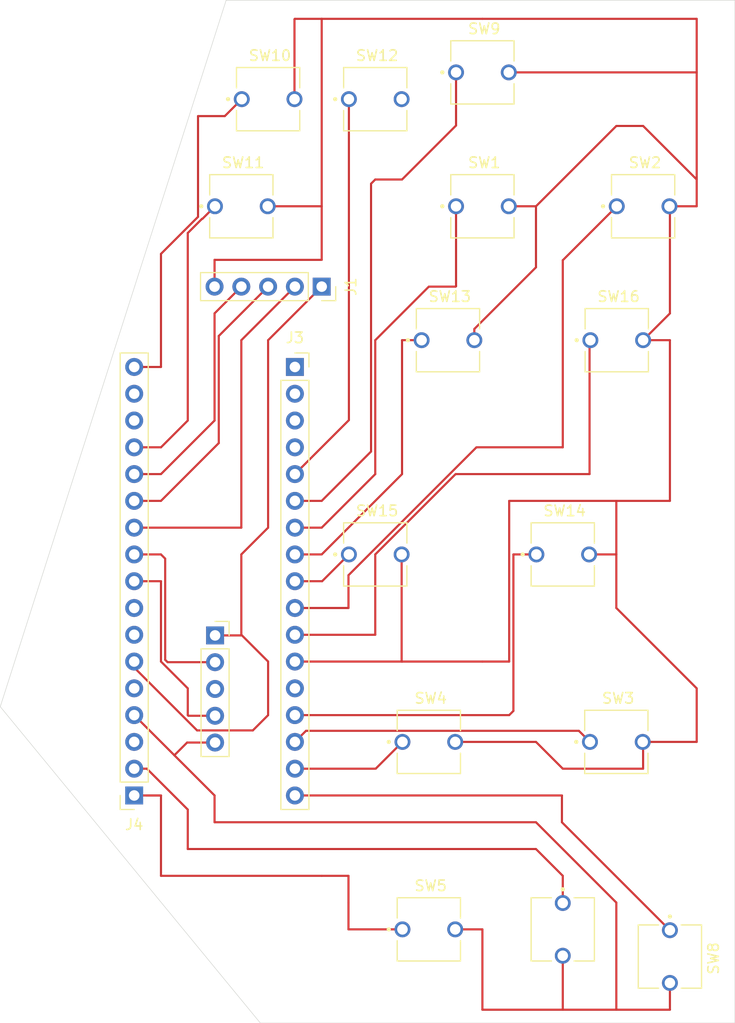
<source format=kicad_pcb>
(kicad_pcb (version 20240108) (generator "pcbnew") (generator_version "8.0")
  (layers (0 "F.Cu" signal) (31 "B.Cu" signal) (34 "B.Paste" user) (35 "F.Paste" user) (36 "B.SilkS" user "B.Silkscreen") (37 "F.SilkS" user "F.Silkscreen") (38 "B.Mask" user) (39 "F.Mask" user) (44 "Edge.Cuts" user))
  (net 0 "")
  (net 1 "/D8")
  (net 2 "/VCC")
  (net 3 "/A0")
  (net 4 "/GND")
  (net 5 "/A1")
  (net 6 "/D16")
  (net 7 "/D6")
  (net 8 "/D7")
  (net 9 "/D17")
  (net 10 "/D11")
  (net 11 "/D10")
  (net 12 "/D15")
  (net 13 "/RST")
  (net 14 "/D14")
  (net 15 "/D5")
  (net 16 "/D2")
  (net 17 "/D3")
  (net 18 "/D12")
  (net 19 "/D9")
  (net 20 "/D4")
  (net 21 "/3V")
  (net 22 "/A2")
  (net 23 "/NC")
  (net 24 "/D13")
  (net 25 "/VIN")
  (net 26 "/A3")
  (net 27 "/A5")
  (net 28 "/A4")
  (net 29 "/REF")
  (net 30 "/D0")
  (net 31 "/D1")
  (footprint "Downloads:SW_BUTT-2" (layer "F.Cu") (at 139.7 66.04)
    (property "Reference" "SW11" (at 0.175 -4.135 0) (layer "F.SilkS"))
    (property "Value" "D_Pad_LEFT")
    (fp_line (start -3 -3) (end 3 -3) (stroke (width 0.127)) (layer "F.SilkS"))
    (fp_line (start -3 -1.075) (end -3 -3) (stroke (width 0.127)) (layer "F.SilkS"))
    (fp_line (start -3 3) (end -3 1.075) (stroke (width 0.127)) (layer "F.SilkS"))
    (fp_line (start 3 -3) (end 3 -1.075) (stroke (width 0.127)) (layer "F.SilkS"))
    (fp_line (start 3 1.075) (end 3 3) (stroke (width 0.127)) (layer "F.SilkS"))
    (fp_line (start 3 3) (end -3 3) (stroke (width 0.127)) (layer "F.SilkS"))
    (fp_circle (center -3.8 0) (end -3.7 0) (stroke (width 0.2)) (fill none) (layer "F.SilkS"))
    (pad "1" thru_hole circle (at -2.5 0) (size 1.508 1.508) (drill 1) (layers "*.Cu" "*.Mask") (net 3 "/A0"))
    (pad "2" thru_hole circle (at 2.5 0) (size 1.508 1.508) (drill 1) (layers "*.Cu" "*.Mask") (net 4 "/GND"))
  )
  (footprint "Downloads:SW_BUTT-2" (layer "F.Cu") (at 152.4 99.06)
    (property "Reference" "SW15" (at 0.175 -4.135 0) (layer "F.SilkS"))
    (property "Value" "Y_Button")
    (fp_line (start -3 -3) (end 3 -3) (stroke (width 0.127)) (layer "F.SilkS"))
    (fp_line (start -3 -1.075) (end -3 -3) (stroke (width 0.127)) (layer "F.SilkS"))
    (fp_line (start -3 3) (end -3 1.075) (stroke (width 0.127)) (layer "F.SilkS"))
    (fp_line (start 3 -3) (end 3 -1.075) (stroke (width 0.127)) (layer "F.SilkS"))
    (fp_line (start 3 1.075) (end 3 3) (stroke (width 0.127)) (layer "F.SilkS"))
    (fp_line (start 3 3) (end -3 3) (stroke (width 0.127)) (layer "F.SilkS"))
    (fp_circle (center -3.8 0) (end -3.7 0) (stroke (width 0.2)) (fill none) (layer "F.SilkS"))
    (pad "1" thru_hole circle (at -2.5 0) (size 1.508 1.508) (drill 1) (layers "*.Cu" "*.Mask") (net 20 "/D4"))
    (pad "2" thru_hole circle (at 2.5 0) (size 1.508 1.508) (drill 1) (layers "*.Cu" "*.Mask") (net 4 "/GND"))
  )
  (footprint "Connector_PinSocket_2.54mm:PinSocket_1x17_P2.54mm_Vertical" (layer "F.Cu") (at 144.78 81.28)
    (property "Reference" "J3" (at 0 -2.77 360) (layer "F.SilkS"))
    (property "Value" "Conn_01x17_Pin" (hide yes))
    (fp_line (start -1.33 1.27) (end -1.33 41.97) (stroke (width 0.12)) (layer "F.SilkS"))
    (fp_line (start -1.33 1.27) (end 1.33 1.27) (stroke (width 0.12)) (layer "F.SilkS"))
    (fp_line (start -1.33 41.97) (end 1.33 41.97) (stroke (width 0.12)) (layer "F.SilkS"))
    (fp_line (start 0 -1.33) (end 1.33 -1.33) (stroke (width 0.12)) (layer "F.SilkS"))
    (fp_line (start 1.33 -1.33) (end 1.33 0) (stroke (width 0.12)) (layer "F.SilkS"))
    (fp_line (start 1.33 1.27) (end 1.33 41.97) (stroke (width 0.12)) (layer "F.SilkS"))
    (pad "1" thru_hole rect (at 0 0) (size 1.7 1.7) (drill 1) (layers "*.Cu" "*.Mask") (net 18 "/D12"))
    (pad "2" thru_hole oval (at 0 2.54) (size 1.7 1.7) (drill 1) (layers "*.Cu" "*.Mask") (net 10 "/D11"))
    (pad "3" thru_hole oval (at 0 5.08) (size 1.7 1.7) (drill 1) (layers "*.Cu" "*.Mask") (net 11 "/D10"))
    (pad "4" thru_hole oval (at 0 7.62) (size 1.7 1.7) (drill 1) (layers "*.Cu" "*.Mask") (net 19 "/D9"))
    (pad "5" thru_hole oval (at 0 10.16) (size 1.7 1.7) (drill 1) (layers "*.Cu" "*.Mask") (net 1 "/D8"))
    (pad "6" thru_hole oval (at 0 12.7) (size 1.7 1.7) (drill 1) (layers "*.Cu" "*.Mask") (net 8 "/D7"))
    (pad "7" thru_hole oval (at 0 15.24) (size 1.7 1.7) (drill 1) (layers "*.Cu" "*.Mask") (net 7 "/D6"))
    (pad "8" thru_hole oval (at 0 17.78) (size 1.7 1.7) (drill 1) (layers "*.Cu" "*.Mask") (net 15 "/D5"))
    (pad "9" thru_hole oval (at 0 20.32) (size 1.7 1.7) (drill 1) (layers "*.Cu" "*.Mask") (net 20 "/D4"))
    (pad "10" thru_hole oval (at 0 22.86) (size 1.7 1.7) (drill 1) (layers "*.Cu" "*.Mask") (net 17 "/D3"))
    (pad "11" thru_hole oval (at 0 25.4) (size 1.7 1.7) (drill 1) (layers "*.Cu" "*.Mask") (net 16 "/D2"))
    (pad "12" thru_hole oval (at 0 27.94) (size 1.7 1.7) (drill 1) (layers "*.Cu" "*.Mask") (net 4 "/GND"))
    (pad "13" thru_hole oval (at 0 30.48) (size 1.7 1.7) (drill 1) (layers "*.Cu" "*.Mask") (net 13 "/RST"))
    (pad "14" thru_hole oval (at 0 33.02) (size 1.7 1.7) (drill 1) (layers "*.Cu" "*.Mask") (net 30 "/D0"))
    (pad "15" thru_hole oval (at 0 35.56) (size 1.7 1.7) (drill 1) (layers "*.Cu" "*.Mask") (net 31 "/D1"))
    (pad "16" thru_hole oval (at 0 38.1) (size 1.7 1.7) (drill 1) (layers "*.Cu" "*.Mask") (net 9 "/D17"))
    (pad "17" thru_hole oval (at 0 40.64) (size 1.7 1.7) (drill 1) (layers "*.Cu" "*.Mask") (net 6 "/D16"))
  )
  (footprint "Downloads:SW_BUTT-2" (layer "F.Cu") (at 180.34 137.2 -90)
    (property "Reference" "SW8" (at 0.175 -4.135 90) (layer "F.SilkS"))
    (property "Value" "Select_Button")
    (fp_line (start -3 3) (end -3 1.075) (stroke (width 0.127)) (layer "F.SilkS"))
    (fp_line (start 3 3) (end -3 3) (stroke (width 0.127)) (layer "F.SilkS"))
    (fp_line (start 3 1.075) (end 3 3) (stroke (width 0.127)) (layer "F.SilkS"))
    (fp_line (start -3 -1.075) (end -3 -3) (stroke (width 0.127)) (layer "F.SilkS"))
    (fp_line (start -3 -3) (end 3 -3) (stroke (width 0.127)) (layer "F.SilkS"))
    (fp_line (start 3 -3) (end 3 -1.075) (stroke (width 0.127)) (layer "F.SilkS"))
    (fp_circle (center -3.8 0) (end -3.7 0) (stroke (width 0.2)) (fill none) (layer "F.SilkS"))
    (pad "1" thru_hole circle (at -2.5 0 270) (size 1.508 1.508) (drill 1) (layers "*.Cu" "*.Mask") (net 6 "/D16"))
    (pad "2" thru_hole circle (at 2.5 0 270) (size 1.508 1.508) (drill 1) (layers "*.Cu" "*.Mask") (net 4 "/GND"))
  )
  (footprint "Downloads:SW_BUTT-2" (layer "F.Cu") (at 162.56 66.04)
    (property "Reference" "SW1" (at 0.175 -4.135 0) (layer "F.SilkS"))
    (property "Value" "Left_Trigger")
    (fp_line (start -3 -3) (end 3 -3) (stroke (width 0.127)) (layer "F.SilkS"))
    (fp_line (start -3 -1.075) (end -3 -3) (stroke (width 0.127)) (layer "F.SilkS"))
    (fp_line (start -3 3) (end -3 1.075) (stroke (width 0.127)) (layer "F.SilkS"))
    (fp_line (start 3 -3) (end 3 -1.075) (stroke (width 0.127)) (layer "F.SilkS"))
    (fp_line (start 3 1.075) (end 3 3) (stroke (width 0.127)) (layer "F.SilkS"))
    (fp_line (start 3 3) (end -3 3) (stroke (width 0.127)) (layer "F.SilkS"))
    (fp_circle (center -3.8 0) (end -3.7 0) (stroke (width 0.2)) (fill none) (layer "F.SilkS"))
    (pad "1" thru_hole circle (at -2.5 0) (size 1.508 1.508) (drill 1) (layers "*.Cu" "*.Mask") (net 7 "/D6"))
    (pad "2" thru_hole circle (at 2.5 0) (size 1.508 1.508) (drill 1) (layers "*.Cu" "*.Mask") (net 4 "/GND"))
  )
  (footprint "Downloads:SW_BUTT-2" (layer "F.Cu") (at 177.8 66.04)
    (property "Reference" "SW2" (at 0.175 -4.135 0) (layer "F.SilkS"))
    (property "Value" "Right_Trigger")
    (fp_line (start -3 -3) (end 3 -3) (stroke (width 0.127)) (layer "F.SilkS"))
    (fp_line (start -3 -1.075) (end -3 -3) (stroke (width 0.127)) (layer "F.SilkS"))
    (fp_line (start -3 3) (end -3 1.075) (stroke (width 0.127)) (layer "F.SilkS"))
    (fp_line (start 3 -3) (end 3 -1.075) (stroke (width 0.127)) (layer "F.SilkS"))
    (fp_line (start 3 1.075) (end 3 3) (stroke (width 0.127)) (layer "F.SilkS"))
    (fp_line (start 3 3) (end -3 3) (stroke (width 0.127)) (layer "F.SilkS"))
    (fp_circle (center -3.8 0) (end -3.7 0) (stroke (width 0.2)) (fill none) (layer "F.SilkS"))
    (pad "1" thru_hole circle (at -2.5 0) (size 1.508 1.508) (drill 1) (layers "*.Cu" "*.Mask") (net 17 "/D3"))
    (pad "2" thru_hole circle (at 2.5 0) (size 1.508 1.508) (drill 1) (layers "*.Cu" "*.Mask") (net 4 "/GND"))
  )
  (footprint "Downloads:SW_BUTT-2" (layer "F.Cu") (at 175.3 78.74)
    (property "Reference" "SW16" (at 0.175 -4.135 0) (layer "F.SilkS"))
    (property "Value" "B_Button")
    (fp_line (start -3 -3) (end 3 -3) (stroke (width 0.127)) (layer "F.SilkS"))
    (fp_line (start -3 -1.075) (end -3 -3) (stroke (width 0.127)) (layer "F.SilkS"))
    (fp_line (start -3 3) (end -3 1.075) (stroke (width 0.127)) (layer "F.SilkS"))
    (fp_line (start 3 -3) (end 3 -1.075) (stroke (width 0.127)) (layer "F.SilkS"))
    (fp_line (start 3 1.075) (end 3 3) (stroke (width 0.127)) (layer "F.SilkS"))
    (fp_line (start 3 3) (end -3 3) (stroke (width 0.127)) (layer "F.SilkS"))
    (fp_circle (center -3.8 0) (end -3.7 0) (stroke (width 0.2)) (fill none) (layer "F.SilkS"))
    (pad "1" thru_hole circle (at -2.5 0) (size 1.508 1.508) (drill 1) (layers "*.Cu" "*.Mask") (net 16 "/D2"))
    (pad "2" thru_hole circle (at 2.5 0) (size 1.508 1.508) (drill 1) (layers "*.Cu" "*.Mask") (net 4 "/GND"))
  )
  (footprint "Connector_PinSocket_2.54mm:PinSocket_1x05_P2.54mm_Vertical" (layer "F.Cu") (at 147.32 73.66 -90)
    (property "Reference" "J1" (at 0 -2.77 90) (layer "F.SilkS"))
    (property "Value" "Joystick_F_TH")
    (fp_line (start -1.33 11.49) (end 1.33 11.49) (stroke (width 0.12)) (layer "F.SilkS"))
    (fp_line (start -1.33 1.27) (end -1.33 11.49) (stroke (width 0.12)) (layer "F.SilkS"))
    (fp_line (start -1.33 1.27) (end 1.33 1.27) (stroke (width 0.12)) (layer "F.SilkS"))
    (fp_line (start 1.33 1.27) (end 1.33 11.49) (stroke (width 0.12)) (layer "F.SilkS"))
    (fp_line (start 0 -1.33) (end 1.33 -1.33) (stroke (width 0.12)) (layer "F.SilkS"))
    (fp_line (start 1.33 -1.33) (end 1.33 0) (stroke (width 0.12)) (layer "F.SilkS"))
    (pad "1" thru_hole rect (at 0 0 270) (size 1.7 1.7) (drill 1) (layers "*.Cu" "*.Mask") (net 2 "/VCC"))
    (pad "2" thru_hole oval (at 0 2.54 270) (size 1.7 1.7) (drill 1) (layers "*.Cu" "*.Mask") (net 26 "/A3"))
    (pad "3" thru_hole oval (at 0 5.08 270) (size 1.7 1.7) (drill 1) (layers "*.Cu" "*.Mask") (net 22 "/A2"))
    (pad "4" thru_hole oval (at 0 7.62 270) (size 1.7 1.7) (drill 1) (layers "*.Cu" "*.Mask") (net 5 "/A1"))
    (pad "5" thru_hole oval (at 0 10.16 270) (size 1.7 1.7) (drill 1) (layers "*.Cu" "*.Mask") (net 4 "/GND"))
  )
  (footprint "Downloads:SW_BUTT-2" (layer "F.Cu") (at 157.48 116.84)
    (property "Reference" "SW4" (at 0.175 -4.135 0) (layer "F.SilkS"))
    (property "Value" "Left_Bumper")
    (fp_line (start -3 -3) (end 3 -3) (stroke (width 0.127)) (layer "F.SilkS"))
    (fp_line (start -3 -1.075) (end -3 -3) (stroke (width 0.127)) (layer "F.SilkS"))
    (fp_line (start -3 3) (end -3 1.075) (stroke (width 0.127)) (layer "F.SilkS"))
    (fp_line (start 3 -3) (end 3 -1.075) (stroke (width 0.127)) (layer "F.SilkS"))
    (fp_line (start 3 1.075) (end 3 3) (stroke (width 0.127)) (layer "F.SilkS"))
    (fp_line (start 3 3) (end -3 3) (stroke (width 0.127)) (layer "F.SilkS"))
    (fp_circle (center -3.8 0) (end -3.7 0) (stroke (width 0.2)) (fill none) (layer "F.SilkS"))
    (pad "1" thru_hole circle (at -2.5 0) (size 1.508 1.508) (drill 1) (layers "*.Cu" "*.Mask") (net 9 "/D17"))
    (pad "2" thru_hole circle (at 2.5 0) (size 1.508 1.508) (drill 1) (layers "*.Cu" "*.Mask") (net 4 "/GND"))
  )
  (footprint "Downloads:SW_BUTT-2" (layer "F.Cu") (at 170.18 99.06)
    (property "Reference" "SW14" (at 0.175 -4.135 0) (layer "F.SilkS"))
    (property "Value" "X_Button")
    (fp_line (start -3 -3) (end 3 -3) (stroke (width 0.127)) (layer "F.SilkS"))
    (fp_line (start -3 -1.075) (end -3 -3) (stroke (width 0.127)) (layer "F.SilkS"))
    (fp_line (start -3 3) (end -3 1.075) (stroke (width 0.127)) (layer "F.SilkS"))
    (fp_line (start 3 -3) (end 3 -1.075) (stroke (width 0.127)) (layer "F.SilkS"))
    (fp_line (start 3 1.075) (end 3 3) (stroke (width 0.127)) (layer "F.SilkS"))
    (fp_line (start 3 3) (end -3 3) (stroke (width 0.127)) (layer "F.SilkS"))
    (fp_circle (center -3.8 0) (end -3.7 0) (stroke (width 0.2)) (fill none) (layer "F.SilkS"))
    (pad "1" thru_hole circle (at -2.5 0) (size 1.508 1.508) (drill 1) (layers "*.Cu" "*.Mask") (net 30 "/D0"))
    (pad "2" thru_hole circle (at 2.5 0) (size 1.508 1.508) (drill 1) (layers "*.Cu" "*.Mask") (net 4 "/GND"))
  )
  (footprint "Downloads:SW_BUTT-2" (layer "F.Cu") (at 152.4 55.88)
    (property "Reference" "SW12" (at 0.175 -4.135 0) (layer "F.SilkS"))
    (property "Value" "D_Pad_RIGHT")
    (fp_line (start -3 -3) (end 3 -3) (stroke (width 0.127)) (layer "F.SilkS"))
    (fp_line (start -3 -1.075) (end -3 -3) (stroke (width 0.127)) (layer "F.SilkS"))
    (fp_line (start -3 3) (end -3 1.075) (stroke (width 0.127)) (layer "F.SilkS"))
    (fp_line (start 3 -3) (end 3 -1.075) (stroke (width 0.127)) (layer "F.SilkS"))
    (fp_line (start 3 1.075) (end 3 3) (stroke (width 0.127)) (layer "F.SilkS"))
    (fp_line (start 3 3) (end -3 3) (stroke (width 0.127)) (layer "F.SilkS"))
    (fp_circle (center -3.8 0) (end -3.7 0) (stroke (width 0.2)) (fill none) (layer "F.SilkS"))
    (pad "1" thru_hole circle (at -2.5 0) (size 1.508 1.508) (drill 1) (layers "*.Cu" "*.Mask") (net 1 "/D8"))
    (pad "2" thru_hole circle (at 2.5 0) (size 1.508 1.508) (drill 1) (layers "*.Cu" "*.Mask") (net 4 "/GND"))
  )
  (footprint "Downloads:SW_BUTT-2" (layer "F.Cu") (at 157.48 134.62)
    (property "Reference" "SW5" (at 0.175 -4.135 0) (layer "F.SilkS"))
    (property "Value" "Start_Button")
    (fp_line (start -3 -3) (end 3 -3) (stroke (width 0.127)) (layer "F.SilkS"))
    (fp_line (start -3 -1.075) (end -3 -3) (stroke (width 0.127)) (layer "F.SilkS"))
    (fp_line (start -3 3) (end -3 1.075) (stroke (width 0.127)) (layer "F.SilkS"))
    (fp_line (start 3 -3) (end 3 -1.075) (stroke (width 0.127)) (layer "F.SilkS"))
    (fp_line (start 3 1.075) (end 3 3) (stroke (width 0.127)) (layer "F.SilkS"))
    (fp_line (start 3 3) (end -3 3) (stroke (width 0.127)) (layer "F.SilkS"))
    (fp_circle (center -3.8 0) (end -3.7 0) (stroke (width 0.2)) (fill none) (layer "F.SilkS"))
    (pad "1" thru_hole circle (at -2.5 0) (size 1.508 1.508) (drill 1) (layers "*.Cu" "*.Mask") (net 12 "/D15"))
    (pad "2" thru_hole circle (at 2.5 0) (size 1.508 1.508) (drill 1) (layers "*.Cu" "*.Mask") (net 4 "/GND"))
  )
  (footprint "Downloads:SW_BUTT-2" (layer "F.Cu") (at 159.295 78.74)
    (property "Reference" "SW13" (at 0.175 -4.135 0) (layer "F.SilkS"))
    (property "Value" "A_Button")
    (fp_line (start -3 -3) (end 3 -3) (stroke (width 0.127)) (layer "F.SilkS"))
    (fp_line (start -3 -1.075) (end -3 -3) (stroke (width 0.127)) (layer "F.SilkS"))
    (fp_line (start -3 3) (end -3 1.075) (stroke (width 0.127)) (layer "F.SilkS"))
    (fp_line (start 3 -3) (end 3 -1.075) (stroke (width 0.127)) (layer "F.SilkS"))
    (fp_line (start 3 1.075) (end 3 3) (stroke (width 0.127)) (layer "F.SilkS"))
    (fp_line (start 3 3) (end -3 3) (stroke (width 0.127)) (layer "F.SilkS"))
    (fp_circle (center -3.8 0) (end -3.7 0) (stroke (width 0.2)) (fill none) (layer "F.SilkS"))
    (pad "1" thru_hole circle (at -2.5 0) (size 1.508 1.508) (drill 1) (layers "*.Cu" "*.Mask") (net 15 "/D5"))
    (pad "2" thru_hole circle (at 2.5 0) (size 1.508 1.508) (drill 1) (layers "*.Cu" "*.Mask") (net 4 "/GND"))
  )
  (footprint "Connector_PinSocket_2.54mm:PinSocket_1x05_P2.54mm_Vertical" (layer "F.Cu") (at 137.21 106.74)
    (property "Reference" "J2" (hide yes))
    (property "Value" "Joystick_B_TH")
    (fp_line (start -1.33 1.27) (end -1.33 11.49) (stroke (width 0.12)) (layer "F.SilkS"))
    (fp_line (start -1.33 1.27) (end 1.33 1.27) (stroke (width 0.12)) (layer "F.SilkS"))
    (fp_line (start -1.33 11.49) (end 1.33 11.49) (stroke (width 0.12)) (layer "F.SilkS"))
    (fp_line (start 0 -1.33) (end 1.33 -1.33) (stroke (width 0.12)) (layer "F.SilkS"))
    (fp_line (start 1.33 -1.33) (end 1.33 0) (stroke (width 0.12)) (layer "F.SilkS"))
    (fp_line (start 1.33 1.27) (end 1.33 11.49) (stroke (width 0.12)) (layer "F.SilkS"))
    (pad "1" thru_hole rect (at 0 0) (size 1.7 1.7) (drill 1) (layers "*.Cu" "*.Mask") (net 2 "/VCC"))
    (pad "2" thru_hole oval (at 0 2.54) (size 1.7 1.7) (drill 1) (layers "*.Cu" "*.Mask") (net 28 "/A4"))
    (pad "3" thru_hole oval (at 0 5.08) (size 1.7 1.7) (drill 1) (layers "*.Cu" "*.Mask") (net 8 "/D7"))
    (pad "4" thru_hole oval (at 0 7.62) (size 1.7 1.7) (drill 1) (layers "*.Cu" "*.Mask") (net 27 "/A5"))
    (pad "5" thru_hole oval (at 0 10.16) (size 1.7 1.7) (drill 1) (layers "*.Cu" "*.Mask") (net 4 "/GND"))
  )
  (footprint "Downloads:SW_BUTT-2" (layer "F.Cu") (at 175.26 116.84)
    (property "Reference" "SW3" (at 0.175 -4.135 0) (layer "F.SilkS"))
    (property "Value" "Right_Bumper")
    (fp_line (start -3 -3) (end 3 -3) (stroke (width 0.127)) (layer "F.SilkS"))
    (fp_line (start -3 -1.075) (end -3 -3) (stroke (width 0.127)) (layer "F.SilkS"))
    (fp_line (start -3 3) (end -3 1.075) (stroke (width 0.127)) (layer "F.SilkS"))
    (fp_line (start 3 -3) (end 3 -1.075) (stroke (width 0.127)) (layer "F.SilkS"))
    (fp_line (start 3 1.075) (end 3 3) (stroke (width 0.127)) (layer "F.SilkS"))
    (fp_line (start 3 3) (end -3 3) (stroke (width 0.127)) (layer "F.SilkS"))
    (fp_circle (center -3.8 0) (end -3.7 0) (stroke (width 0.2)) (fill none) (layer "F.SilkS"))
    (pad "1" thru_hole circle (at -2.5 0) (size 1.508 1.508) (drill 1) (layers "*.Cu" "*.Mask") (net 31 "/D1"))
    (pad "2" thru_hole circle (at 2.5 0) (size 1.508 1.508) (drill 1) (layers "*.Cu" "*.Mask") (net 4 "/GND"))
  )
  (footprint "Downloads:SW_BUTT-2" (layer "F.Cu") (at 170.18 134.62 -90)
    (property "Reference" "SW6" (hide yes))
    (property "Value" "Home_Button" (hide yes))
    (fp_line (start -3 3) (end -3 1.075) (stroke (width 0.127)) (layer "F.SilkS"))
    (fp_line (start 3 3) (end -3 3) (stroke (width 0.127)) (layer "F.SilkS"))
    (fp_line (start 3 1.075) (end 3 3) (stroke (width 0.127)) (layer "F.SilkS"))
    (fp_line (start -3 -1.075) (end -3 -3) (stroke (width 0.127)) (layer "F.SilkS"))
    (fp_line (start -3 -3) (end 3 -3) (stroke (width 0.127)) (layer "F.SilkS"))
    (fp_line (start 3 -3) (end 3 -1.075) (stroke (width 0.127)) (layer "F.SilkS"))
    (fp_circle (center -3.8 0) (end -3.7 0) (stroke (width 0.2)) (fill none) (layer "F.SilkS"))
    (pad "1" thru_hole circle (at -2.5 0 270) (size 1.508 1.508) (drill 1) (layers "*.Cu" "*.Mask") (net 14 "/D14"))
    (pad "2" thru_hole circle (at 2.5 0 270) (size 1.508 1.508) (drill 1) (layers "*.Cu" "*.Mask") (net 4 "/GND"))
  )
  (footprint "Downloads:SW_BUTT-2" (layer "F.Cu") (at 142.24 55.88)
    (property "Reference" "SW10" (at 0.175 -4.135 0) (layer "F.SilkS"))
    (property "Value" "D_Pad_DOWN")
    (fp_line (start -3 -3) (end 3 -3) (stroke (width 0.127)) (layer "F.SilkS"))
    (fp_line (start -3 -1.075) (end -3 -3) (stroke (width 0.127)) (layer "F.SilkS"))
    (fp_line (start -3 3) (end -3 1.075) (stroke (width 0.127)) (layer "F.SilkS"))
    (fp_line (start 3 -3) (end 3 -1.075) (stroke (width 0.127)) (layer "F.SilkS"))
    (fp_line (start 3 1.075) (end 3 3) (stroke (width 0.127)) (layer "F.SilkS"))
    (fp_line (start 3 3) (end -3 3) (stroke (width 0.127)) (layer "F.SilkS"))
    (fp_circle (center -3.8 0) (end -3.7 0) (stroke (width 0.2)) (fill none) (layer "F.SilkS"))
    (pad "1" thru_hole circle (at -2.5 0) (size 1.508 1.508) (drill 1) (layers "*.Cu" "*.Mask") (net 24 "/D13"))
    (pad "2" thru_hole circle (at 2.5 0) (size 1.508 1.508) (drill 1) (layers "*.Cu" "*.Mask") (net 4 "/GND"))
  )
  (footprint "Connector_PinSocket_2.54mm:PinSocket_1x17_P2.54mm_Vertical" (layer "F.Cu") (at 129.54 121.92 180)
    (property "Reference" "J4" (at 0 -2.77 180) (layer "F.SilkS"))
    (property "Value" "Conn_01x17_Pin")
    (fp_line (start 1.33 1.27) (end 1.33 41.97) (stroke (width 0.12)) (layer "F.SilkS"))
    (fp_line (start 1.33 -1.33) (end 1.33 0) (stroke (width 0.12)) (layer "F.SilkS"))
    (fp_line (start 0 -1.33) (end 1.33 -1.33) (stroke (width 0.12)) (layer "F.SilkS"))
    (fp_line (start -1.33 41.97) (end 1.33 41.97) (stroke (width 0.12)) (layer "F.SilkS"))
    (fp_line (start -1.33 1.27) (end 1.33 1.27) (stroke (width 0.12)) (layer "F.SilkS"))
    (fp_line (start -1.33 1.27) (end -1.33 41.97) (stroke (width 0.12)) (layer "F.SilkS"))
    (pad "1" thru_hole rect (at 0 0 180) (size 1.7 1.7) (drill 1) (layers "*.Cu" "*.Mask") (net 12 "/D15"))
    (pad "2" thru_hole oval (at 0 2.54 180) (size 1.7 1.7) (drill 1) (layers "*.Cu" "*.Mask") (net 14 "/D14"))
    (pad "3" thru_hole oval (at 0 5.08 180) (size 1.7 1.7) (drill 1) (layers "*.Cu" "*.Mask") (net 25 "/VIN"))
    (pad "4" thru_hole oval (at 0 7.62 180) (size 1.7 1.7) (drill 1) (layers "*.Cu" "*.Mask") (net 4 "/GND"))
    (pad "5" thru_hole oval (at 0 10.16 180) (size 1.7 1.7) (drill 1) (layers "*.Cu" "*.Mask") (net 13 "/RST"))
    (pad "6" thru_hole oval (at 0 12.7 180) (size 1.7 1.7) (drill 1) (layers "*.Cu" "*.Mask") (net 2 "/VCC"))
    (pad "7" thru_hole oval (at 0 15.24 180) (size 1.7 1.7) (drill 1) (layers "*.Cu" "*.Mask") (net 23 "/NC"))
    (pad "8" thru_hole oval (at 0 17.78 180) (size 1.7 1.7) (drill 1) (layers "*.Cu" "*.Mask") (net 23 "/NC"))
    (pad "9" thru_hole oval (at 0 20.32 180) (size 1.7 1.7) (drill 1) (layers "*.Cu" "*.Mask") (net 27 "/A5"))
    (pad "10" thru_hole oval (at 0 22.86 180) (size 1.7 1.7) (drill 1) (layers "*.Cu" "*.Mask") (net 28 "/A4"))
    (pad "11" thru_hole oval (at 0 25.4 180) (size 1.7 1.7) (drill 1) (layers "*.Cu" "*.Mask") (net 26 "/A3"))
    (pad "12" thru_hole oval (at 0 27.94 180) (size 1.7 1.7) (drill 1) (layers "*.Cu" "*.Mask") (net 22 "/A2"))
    (pad "13" thru_hole oval (at 0 30.48 180) (size 1.7 1.7) (drill 1) (layers "*.Cu" "*.Mask") (net 5 "/A1"))
    (pad "14" thru_hole oval (at 0 33.02 180) (size 1.7 1.7) (drill 1) (layers "*.Cu" "*.Mask") (net 3 "/A0"))
    (pad "15" thru_hole oval (at 0 35.56 180) (size 1.7 1.7) (drill 1) (layers "*.Cu" "*.Mask") (net 29 "/REF"))
    (pad "16" thru_hole oval (at 0 38.1 180) (size 1.7 1.7) (drill 1) (layers "*.Cu" "*.Mask") (net 21 "/3V"))
    (pad "17" thru_hole oval (at 0 40.64 180) (size 1.7 1.7) (drill 1) (layers "*.Cu" "*.Mask") (net 24 "/D13"))
  )
  (footprint "Downloads:SW_BUTT-2" (layer "F.Cu") (at 162.56 53.34)
    (property "Reference" "SW9" (at 0.175 -4.135 0) (layer "F.SilkS"))
    (property "Value" "D_Pad_UP" (hide yes))
    (fp_line (start -3 -3) (end 3 -3) (stroke (width 0.127)) (layer "F.SilkS"))
    (fp_line (start -3 -1.075) (end -3 -3) (stroke (width 0.127)) (layer "F.SilkS"))
    (fp_line (start -3 3) (end -3 1.075) (stroke (width 0.127)) (layer "F.SilkS"))
    (fp_line (start 3 -3) (end 3 -1.075) (stroke (width 0.127)) (layer "F.SilkS"))
    (fp_line (start 3 1.075) (end 3 3) (stroke (width 0.127)) (layer "F.SilkS"))
    (fp_line (start 3 3) (end -3 3) (stroke (width 0.127)) (layer "F.SilkS"))
    (fp_circle (center -3.8 0) (end -3.7 0) (stroke (width 0.2)) (fill none) (layer "F.SilkS"))
    (pad "1" thru_hole circle (at -2.5 0) (size 1.508 1.508) (drill 1) (layers "*.Cu" "*.Mask") (net 8 "/D7"))
    (pad "2" thru_hole circle (at 2.5 0) (size 1.508 1.508) (drill 1) (layers "*.Cu" "*.Mask") (net 4 "/GND"))
  )
  (gr_line (start 132.08 121.92) (end 129.54 121.92) (stroke (width 0.2)) (layer "F.Cu") (net 12))
  (gr_line (start 186.5 46.5) (end 186.5 113.5) (stroke (width 0.05)) (layer "Edge.Cuts"))
  (gr_line (start 186.5 143.5) (end 141.5 143.5) (stroke (width 0.05)) (layer "Edge.Cuts"))
  (gr_line (start 138.26 46.5) (end 116.84 113.5) (stroke (width 0.05)) (layer "Edge.Cuts"))
  (gr_line (start 186.5 113.5) (end 186.5 143.5) (stroke (width 0.05)) (layer "Edge.Cuts"))
  (gr_line (start 138.26 46.5) (end 186.5 46.5) (stroke (width 0.05)) (layer "Edge.Cuts"))
  (gr_line (start 116.84 113.5) (end 141.5 143.5) (stroke (width 0.05)) (layer "Edge.Cuts"))
  (segment (start 149.9 86.32) (end 144.78 91.44) (width 0.2) (layer "F.Cu") (net 1))
  (segment (start 149.9 55.88) (end 149.9 86.32) (width 0.2) (layer "F.Cu") (net 1))
  (segment (start 139.7 106.68) (end 142.24 109.22) (width 0.2) (layer "F.Cu") (net 2))
  (segment (start 140.79 115.75) (end 135.504315 115.75) (width 0.2) (layer "F.Cu") (net 2))
  (segment (start 142.24 114.3) (end 140.79 115.75) (width 0.2) (layer "F.Cu") (net 2))
  (segment (start 129.54 109.785685) (end 129.54 109.22) (width 0.2) (layer "F.Cu") (net 2))
  (segment (start 139.7 99.06) (end 139.7 106.68) (width 0.2) (layer "F.Cu") (net 2))
  (segment (start 142.24 78.74) (end 142.24 96.52) (width 0.2) (layer "F.Cu") (net 2))
  (segment (start 139.64 106.74) (end 139.7 106.68) (width 0.2) (layer "F.Cu") (net 2))
  (segment (start 135.504315 115.75) (end 129.54 109.785685) (width 0.2) (layer "F.Cu") (net 2))
  (segment (start 147.32 73.66) (end 142.24 78.74) (width 0.2) (layer "F.Cu") (net 2))
  (segment (start 142.24 96.52) (end 139.7 99.06) (width 0.2) (layer "F.Cu") (net 2))
  (segment (start 137.21 106.74) (end 139.64 106.74) (width 0.2) (layer "F.Cu") (net 2))
  (segment (start 142.24 109.22) (end 142.24 114.3) (width 0.2) (layer "F.Cu") (net 2))
  (segment (start 134.62 68.58) (end 134.62 86.36) (width 0.2) (layer "F.Cu") (net 3))
  (segment (start 132.08 88.9) (end 129.54 88.9) (width 0.2) (layer "F.Cu") (net 3))
  (segment (start 134.62 86.36) (end 132.08 88.9) (width 0.2) (layer "F.Cu") (net 3))
  (segment (start 137.2 66.04) (end 136.01 67.23) (width 0.2) (layer "F.Cu") (net 3))
  (segment (start 135.97 67.23) (end 134.62 68.58) (width 0.2) (layer "F.Cu") (net 3))
  (segment (start 136.01 67.23) (end 135.97 67.23) (width 0.2) (layer "F.Cu") (net 3))
  (segment (start 175.26 104.14) (end 175.26 99.06) (width 0.2) (layer "F.Cu") (net 4))
  (segment (start 137.16 73.66) (end 137.16 71.12) (width 0.2) (layer "F.Cu") (net 4))
  (segment (start 165.1 109.22) (end 165.1 93.98) (width 0.2) (layer "F.Cu") (net 4))
  (segment (start 159.98 116.84) (end 167.64 116.84) (width 0.2) (layer "F.Cu") (net 4))
  (segment (start 161.795 78.74) (end 161.795 77.673683) (width 0.2) (layer "F.Cu") (net 4))
  (segment (start 162.56 142.24) (end 170.18 142.24) (width 0.2) (layer "F.Cu") (net 4))
  (segment (start 147.32 66.04) (end 147.32 48.26) (width 0.2) (layer "F.Cu") (net 4))
  (segment (start 177.76 116.84) (end 182.88 116.84) (width 0.2) (layer "F.Cu") (net 4))
  (segment (start 182.88 111.76) (end 175.26 104.14) (width 0.2) (layer "F.Cu") (net 4))
  (segment (start 147.32 71.12) (end 147.32 66.04) (width 0.2) (layer "F.Cu") (net 4))
  (segment (start 165.1 93.98) (end 175.26 93.98) (width 0.2) (layer "F.Cu") (net 4))
  (segment (start 137.16 71.12) (end 147.32 71.12) (width 0.2) (layer "F.Cu") (net 4))
  (segment (start 180.34 66.04) (end 180.34 76.2) (width 0.2) (layer "F.Cu") (net 4))
  (segment (start 182.88 48.26) (end 182.88 53.34) (width 0.2) (layer "F.Cu") (net 4))
  (segment (start 154.9 99.06) (end 154.9 109.18) (width 0.2) (layer "F.Cu") (net 4))
  (segment (start 144.78 48.26) (end 147.32 48.26) (width 0.2) (layer "F.Cu") (net 4))
  (segment (start 154.94 109.22) (end 162.56 109.22) (width 0.2) (layer "F.Cu") (net 4))
  (segment (start 180.34 76.2) (end 177.8 78.74) (width 0.2) (layer "F.Cu") (net 4))
  (segment (start 159.98 134.62) (end 162.56 134.62) (width 0.2) (layer "F.Cu") (net 4))
  (segment (start 175.26 93.98) (end 175.26 99.06) (width 0.2) (layer "F.Cu") (net 4))
  (segment (start 180.34 142.24) (end 180.34 139.7) (width 0.2) (layer "F.Cu") (net 4))
  (segment (start 177.8 78.74) (end 180.34 78.74) (width 0.2) (layer "F.Cu") (net 4))
  (segment (start 133.35 118.11) (end 129.54 114.3) (width 0.2) (layer "F.Cu") (net 4))
  (segment (start 147.32 48.26) (end 162.56 48.26) (width 0.2) (layer "F.Cu") (net 4))
  (segment (start 182.88 116.84) (end 182.88 111.76) (width 0.2) (layer "F.Cu") (net 4))
  (segment (start 142.2 66.04) (end 147.32 66.04) (width 0.2) (layer "F.Cu") (net 4))
  (segment (start 144.78 109.22) (end 154.94 109.22) (width 0.2) (layer "F.Cu") (net 4))
  (segment (start 144.74 48.3) (end 144.78 48.26) (width 0.2) (layer "F.Cu") (net 4))
  (segment (start 170.18 142.24) (end 175.26 142.24) (width 0.2) (layer "F.Cu") (net 4))
  (segment (start 182.88 66.04) (end 180.3 66.04) (width 0.2) (layer "F.Cu") (net 4))
  (segment (start 167.64 124.46) (end 137.16 124.46) (width 0.2) (layer "F.Cu") (net 4))
  (segment (start 182.88 53.34) (end 165.06 53.34) (width 0.2) (layer "F.Cu") (net 4))
  (segment (start 134.56 116.9) (end 133.35 118.11) (width 0.2) (layer "F.Cu") (net 4))
  (segment (start 175.26 99.06) (end 172.68 99.06) (width 0.2) (layer "F.Cu") (net 4))
  (segment (start 161.795 77.673683) (end 167.64 71.828683) (width 0.2) (layer "F.Cu") (net 4))
  (segment (start 180.34 78.74) (end 180.34 93.98) (width 0.2) (layer "F.Cu") (net 4))
  (segment (start 137.16 121.92) (end 133.35 118.11) (width 0.2) (layer "F.Cu") (net 4))
  (segment (start 175.26 142.24) (end 175.26 132.08) (width 0.2) (layer "F.Cu") (net 4))
  (segment (start 182.88 53.34) (end 182.88 63.5) (width 0.2) (layer "F.Cu") (net 4))
  (segment (start 154.9 109.18) (end 154.94 109.22) (width 0.2) (layer "F.Cu") (net 4))
  (segment (start 175.26 142.24) (end 180.34 142.24) (width 0.2) (layer "F.Cu") (net 4))
  (segment (start 177.8 119.38) (end 177.8 116.88) (width 0.2) (layer "F.Cu") (net 4))
  (segment (start 162.56 134.62) (end 162.56 142.24) (width 0.2) (layer "F.Cu") (net 4))
  (segment (start 177.8 116.88) (end 177.76 116.84) (width 0.2) (layer "F.Cu") (net 4))
  (segment (start 182.88 63.5) (end 182.88 66.04) (width 0.2) (layer "F.Cu") (net 4))
  (segment (start 167.64 66.04) (end 175.26 58.42) (width 0.2) (layer "F.Cu") (net 4))
  (segment (start 162.56 48.26) (end 182.88 48.26) (width 0.2) (layer "F.Cu") (net 4))
  (segment (start 175.26 132.08) (end 167.64 124.46) (width 0.2) (layer "F.Cu") (net 4))
  (segment (start 167.64 71.828683) (end 167.64 66.04) (width 0.2) (layer "F.Cu") (net 4))
  (segment (start 175.26 58.42) (end 177.8 58.42) (width 0.2) (layer "F.Cu") (net 4))
  (segment (start 177.8 58.42) (end 182.88 63.5) (width 0.2) (layer "F.Cu") (net 4))
  (segment (start 137.16 124.46) (end 137.16 121.92) (width 0.2) (layer "F.Cu") (net 4))
  (segment (start 162.56 109.22) (end 165.1 109.22) (width 0.2) (layer "F.Cu") (net 4))
  (segment (start 167.64 116.84) (end 170.18 119.38) (width 0.2) (layer "F.Cu") (net 4))
  (segment (start 170.18 119.38) (end 177.8 119.38) (width 0.2) (layer "F.Cu") (net 4))
  (segment (start 144.74 55.88) (end 144.74 48.3) (width 0.2) (layer "F.Cu") (net 4))
  (segment (start 170.18 142.24) (end 170.18 137.12) (width 0.2) (layer "F.Cu") (net 4))
  (segment (start 165.06 66.04) (end 167.64 66.04) (width 0.2) (layer "F.Cu") (net 4))
  (segment (start 180.3 66.04) (end 180.34 66.04) (width 0.2) (layer "F.Cu") (net 4))
  (segment (start 137.21 116.9) (end 134.56 116.9) (width 0.2) (layer "F.Cu") (net 4))
  (segment (start 180.34 93.98) (end 175.26 93.98) (width 0.2) (layer "F.Cu") (net 4))
  (segment (start 137.16 76.2) (end 137.16 86.36) (width 0.2) (layer "F.Cu") (net 5))
  (segment (start 139.7 73.66) (end 137.16 76.2) (width 0.2) (layer "F.Cu") (net 5))
  (segment (start 132.08 91.44) (end 129.54 91.44) (width 0.2) (layer "F.Cu") (net 5))
  (segment (start 137.16 86.36) (end 132.08 91.44) (width 0.2) (layer "F.Cu") (net 5))
  (segment (start 170.1 124.46) (end 180.34 134.7) (width 0.2) (layer "F.Cu") (net 6))
  (segment (start 170.1 121.92) (end 170.1 124.46) (width 0.2) (layer "F.Cu") (net 6))
  (segment (start 170.1 121.92) (end 144.78 121.92) (width 0.2) (layer "F.Cu") (net 6))
  (segment (start 160.06 73.62) (end 160.02 73.66) (width 0.2) (layer "F.Cu") (net 7))
  (segment (start 160.06 66.04) (end 160.06 73.62) (width 0.2) (layer "F.Cu") (net 7))
  (segment (start 147.32 96.52) (end 144.78 96.52) (width 0.2) (layer "F.Cu") (net 7))
  (segment (start 152.4 78.74) (end 152.4 91.44) (width 0.2) (layer "F.Cu") (net 7))
  (segment (start 157.48 73.66) (end 152.4 78.74) (width 0.2) (layer "F.Cu") (net 7))
  (segment (start 152.4 91.44) (end 147.32 96.52) (width 0.2) (layer "F.Cu") (net 7))
  (segment (start 160.02 73.66) (end 157.48 73.66) (width 0.2) (layer "F.Cu") (net 7))
  (segment (start 160.06 58.38) (end 154.94 63.5) (width 0.2) (layer "F.Cu") (net 8))
  (segment (start 152 63.9) (end 152 89.3) (width 0.2) (layer "F.Cu") (net 8))
  (segment (start 152.4 63.5) (end 152 63.9) (width 0.2) (layer "F.Cu") (net 8))
  (segment (start 154.94 63.5) (end 152.4 63.5) (width 0.2) (layer "F.Cu") (net 8))
  (segment (start 147.32 93.98) (end 144.78 93.98) (width 0.2) (layer "F.Cu") (net 8))
  (segment (start 160.06 53.34) (end 160.06 58.38) (width 0.2) (layer "F.Cu") (net 8))
  (segment (start 152 89.3) (end 147.32 93.98) (width 0.2) (layer "F.Cu") (net 8))
  (segment (start 154.98 116.84) (end 152.44 119.38) (width 0.2) (layer "F.Cu") (net 9))
  (segment (start 152.44 119.38) (end 144.78 119.38) (width 0.2) (layer "F.Cu") (net 9))
  (segment (start 149.86 132.08) (end 149.86 129.54) (width 0.2) (layer "F.Cu") (net 12))
  (segment (start 149.86 129.54) (end 147.32 129.54) (width 0.2) (layer "F.Cu") (net 12))
  (segment (start 132.08 129.54) (end 132.08 121.92) (width 0.2) (layer "F.Cu") (net 12))
  (segment (start 147.32 129.54) (end 132.08 129.54) (width 0.2) (layer "F.Cu") (net 12))
  (segment (start 149.86 134.62) (end 149.86 132.08) (width 0.2) (layer "F.Cu") (net 12))
  (segment (start 154.98 134.62) (end 149.86 134.62) (width 0.2) (layer "F.Cu") (net 12))
  (segment (start 132.08 121.92) (end 130.69 121.92) (width 0.2) (layer "F.Cu") (net 12))
  (segment (start 134.62 123.257919) (end 130.742081 119.38) (width 0.2) (layer "F.Cu") (net 14))
  (segment (start 130.742081 119.38) (end 129.54 119.38) (width 0.2) (layer "F.Cu") (net 14))
  (segment (start 170.18 129.54) (end 167.64 127) (width 0.2) (layer "F.Cu") (net 14))
  (segment (start 134.62 127) (end 134.62 123.257919) (width 0.2) (layer "F.Cu") (net 14))
  (segment (start 167.64 127) (end 134.62 127) (width 0.2) (layer "F.Cu") (net 14))
  (segment (start 170.18 132.12) (end 170.18 129.54) (width 0.2) (layer "F.Cu") (net 14))
  (segment (start 154.94 91.44) (end 154.94 78.74) (width 0.2) (layer "F.Cu") (net 15))
  (segment (start 154.94 78.74) (end 156.795 78.74) (width 0.2) (layer "F.Cu") (net 15))
  (segment (start 147.32 99.06) (end 154.94 91.44) (width 0.2) (layer "F.Cu") (net 15))
  (segment (start 144.78 99.06) (end 147.32 99.06) (width 0.2) (layer "F.Cu") (net 15))
  (segment (start 172.72 78.74) (end 172.72 91.44) (width 0.2) (layer "F.Cu") (net 16))
  (segment (start 152.4 106.68) (end 144.78 106.68) (width 0.2) (layer "F.Cu") (net 16))
  (segment (start 172.72 91.44) (end 160.02 91.44) (width 0.2) (layer "F.Cu") (net 16))
  (segment (start 152.4 99.06) (end 152.4 106.68) (width 0.2) (layer "F.Cu") (net 16))
  (segment (start 160.02 91.44) (end 152.4 99.06) (width 0.2) (layer "F.Cu") (net 16))
  (segment (start 172.8 78.74) (end 172.72 78.74) (width 0.2) (layer "F.Cu") (net 16))
  (segment (start 170.18 71.16) (end 170.18 88.9) (width 0.2) (layer "F.Cu") (net 17))
  (segment (start 149.86 104.14) (end 144.78 104.14) (width 0.2) (layer "F.Cu") (net 17))
  (segment (start 161.994315 88.9) (end 149.86 101.034315) (width 0.2) (layer "F.Cu") (net 17))
  (segment (start 170.18 88.9) (end 161.994315 88.9) (width 0.2) (layer "F.Cu") (net 17))
  (segment (start 175.3 66.04) (end 170.18 71.16) (width 0.2) (layer "F.Cu") (net 17))
  (segment (start 149.86 101.034315) (end 149.86 104.14) (width 0.2) (layer "F.Cu") (net 17))
  (segment (start 147.36 101.6) (end 144.78 101.6) (width 0.2) (layer "F.Cu") (net 20))
  (segment (start 149.9 99.06) (end 147.36 101.6) (width 0.2) (layer "F.Cu") (net 20))
  (segment (start 132.08 93.98) (end 129.54 93.98) (width 0.2) (layer "F.Cu") (net 22))
  (segment (start 137.56 78.34) (end 137.56 88.5) (width 0.2) (layer "F.Cu") (net 22))
  (segment (start 137.56 88.5) (end 132.08 93.98) (width 0.2) (layer "F.Cu") (net 22))
  (segment (start 142.24 73.66) (end 137.56 78.34) (width 0.2) (layer "F.Cu") (net 22))
  (segment (start 135.59316 57.48684) (end 138.13316 57.48684) (width 0.2) (layer "F.Cu") (net 24))
  (segment (start 132.08 70.554314) (end 132.08 81.28) (width 0.2) (layer "F.Cu") (net 24))
  (segment (start 135.59316 57.48684) (end 135.59316 67.041154) (width 0.2) (layer "F.Cu") (net 24))
  (segment (start 132.08 81.28) (end 129.54 81.28) (width 0.2) (layer "F.Cu") (net 24))
  (segment (start 135.59316 67.041154) (end 132.08 70.554314) (width 0.2) (layer "F.Cu") (net 24))
  (segment (start 138.13316 57.48684) (end 139.74 55.88) (width 0.2) (layer "F.Cu") (net 24))
  (segment (start 139.7 78.74) (end 139.7 96.52) (width 0.2) (layer "F.Cu") (net 26))
  (segment (start 144.78 73.66) (end 139.7 78.74) (width 0.2) (layer "F.Cu") (net 26))
  (segment (start 139.7 96.52) (end 129.54 96.52) (width 0.2) (layer "F.Cu") (net 26))
  (segment (start 134.62 114.3) (end 134.62 111.76) (width 0.2) (layer "F.Cu") (net 27))
  (segment (start 132.08 109.22) (end 132.08 101.6) (width 0.2) (layer "F.Cu") (net 27))
  (segment (start 134.62 111.76) (end 132.08 109.22) (width 0.2) (layer "F.Cu") (net 27))
  (segment (start 134.68 114.36) (end 134.62 114.3) (width 0.2) (layer "F.Cu") (net 27))
  (segment (start 132.08 101.6) (end 129.54 101.6) (width 0.2) (layer "F.Cu") (net 27))
  (segment (start 137.21 114.36) (end 134.68 114.36) (width 0.2) (layer "F.Cu") (net 27))
  (segment (start 132.48 99.46) (end 132.08 99.06) (width 0.2) (layer "F.Cu") (net 28))
  (segment (start 137.21 109.28) (end 132.705686 109.28) (width 0.2) (layer "F.Cu") (net 28))
  (segment (start 132.705686 109.28) (end 132.48 109.054314) (width 0.2) (layer "F.Cu") (net 28))
  (segment (start 132.08 99.06) (end 129.54 99.06) (width 0.2) (layer "F.Cu") (net 28))
  (segment (start 132.48 109.054314) (end 132.48 99.46) (width 0.2) (layer "F.Cu") (net 28))
  (segment (start 167.68 99.06) (end 165.5 99.06) (width 0.2) (layer "F.Cu") (net 30))
  (segment (start 165.5 99.06) (end 165.5 113.9) (width 0.2) (layer "F.Cu") (net 30))
  (segment (start 165.1 114.3) (end 144.78 114.3) (width 0.2) (layer "F.Cu") (net 30))
  (segment (start 165.5 113.9) (end 165.1 114.3) (width 0.2) (layer "F.Cu") (net 30))
  (segment (start 171.706 115.786) (end 145.834 115.786) (width 0.2) (layer "F.Cu") (net 31))
  (segment (start 172.76 116.84) (end 171.706 115.786) (width 0.2) (layer "F.Cu") (net 31))
  (segment (start 145.834 115.786) (end 144.78 116.84) (width 0.2) (layer "F.Cu") (net 31))
)
</source>
